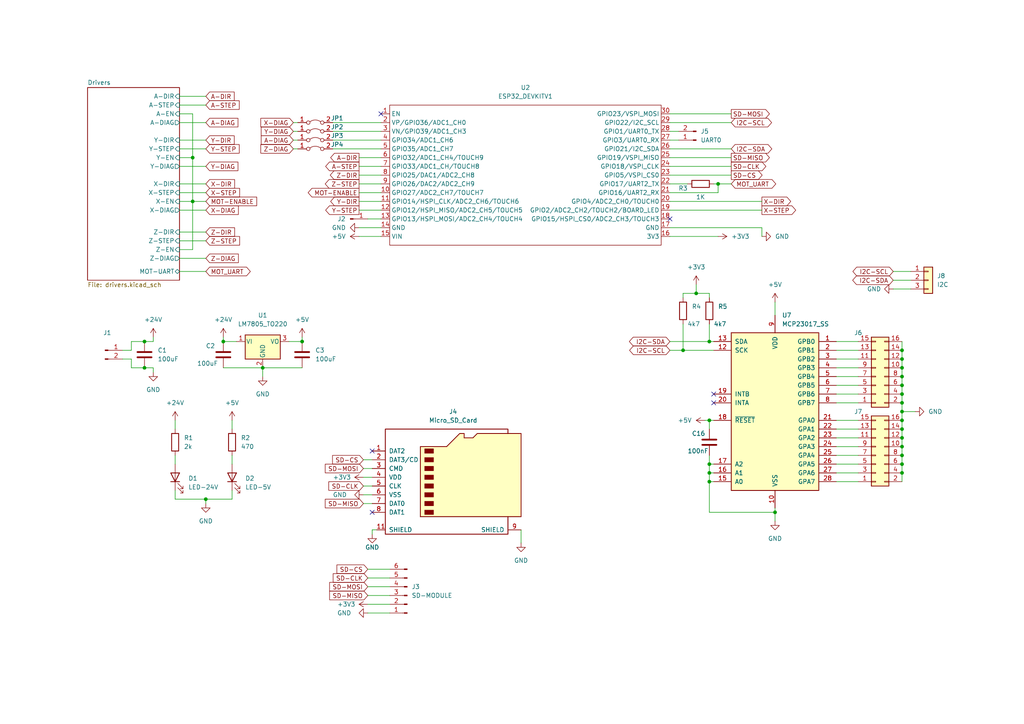
<source format=kicad_sch>
(kicad_sch (version 20211123) (generator eeschema)
  (paper "A4")
  (title_block (title "GRBL-ESP32 CNC Board for TMC2209 with Stallguard") (date "2022-01-01") (rev "1") (company "Teske's Lab"))
  (lib_symbols
    (symbol "Connector:Conn_01x01_Male" (pin_names (offset 1.016) hide)
      (property "Reference" "J" (at 0 2.54 0))
      (property "Value" "Conn_01x01_Male" (at 0 -2.54 0))
      (symbol "Conn_01x01_Male_1_1"
        (polyline (pts (xy 1.27 0) (xy 0.8636 0)) (stroke (width 0.1524)))
        (rectangle (start 0.8636 0.127) (end 0 -0.127) (stroke (width 0.1524)) (fill (type outline)))
        (pin passive line (at 5.08 0 180) (length 3.81) (name "Pin_1") (number "1"))
      )
    )
    (symbol "Connector:Conn_01x02_Male" (pin_names (offset 1.016) hide)
      (property "Reference" "J" (at 0 2.54 0))
      (property "Value" "Conn_01x02_Male" (at 0 -5.08 0))
      (symbol "Conn_01x02_Male_1_1"
        (polyline (pts (xy 1.27 -2.54) (xy 0.8636 -2.54)) (stroke (width 0.1524)))
        (polyline (pts (xy 1.27 0) (xy 0.8636 0)) (stroke (width 0.1524)))
        (rectangle (start 0.8636 -2.413) (end 0 -2.667) (stroke (width 0.1524)) (fill (type outline)))
        (rectangle (start 0.8636 0.127) (end 0 -0.127) (stroke (width 0.1524)) (fill (type outline)))
        (pin passive line (at 5.08 0 180) (length 3.81) (name "Pin_1") (number "1"))
        (pin passive line (at 5.08 -2.54 180) (length 3.81) (name "Pin_2") (number "2"))
      )
    )
    (symbol "Connector:Conn_01x06_Male" (pin_names (offset 1.016) hide)
      (property "Reference" "J" (at 0 7.62 0))
      (property "Value" "Conn_01x06_Male" (at 0 -10.16 0))
      (symbol "Conn_01x06_Male_1_1"
        (polyline (pts (xy 1.27 -7.62) (xy 0.8636 -7.62)) (stroke (width 0.1524)))
        (polyline (pts (xy 1.27 -5.08) (xy 0.8636 -5.08)) (stroke (width 0.1524)))
        (polyline (pts (xy 1.27 -2.54) (xy 0.8636 -2.54)) (stroke (width 0.1524)))
        (polyline (pts (xy 1.27 0) (xy 0.8636 0)) (stroke (width 0.1524)))
        (polyline (pts (xy 1.27 2.54) (xy 0.8636 2.54)) (stroke (width 0.1524)))
        (polyline (pts (xy 1.27 5.08) (xy 0.8636 5.08)) (stroke (width 0.1524)))
        (rectangle (start 0.8636 -7.493) (end 0 -7.747) (stroke (width 0.1524)) (fill (type outline)))
        (rectangle (start 0.8636 -4.953) (end 0 -5.207) (stroke (width 0.1524)) (fill (type outline)))
        (rectangle (start 0.8636 -2.413) (end 0 -2.667) (stroke (width 0.1524)) (fill (type outline)))
        (rectangle (start 0.8636 0.127) (end 0 -0.127) (stroke (width 0.1524)) (fill (type outline)))
        (rectangle (start 0.8636 2.667) (end 0 2.413) (stroke (width 0.1524)) (fill (type outline)))
        (rectangle (start 0.8636 5.207) (end 0 4.953) (stroke (width 0.1524)) (fill (type outline)))
        (pin passive line (at 5.08 5.08 180) (length 3.81) (name "Pin_1") (number "1"))
        (pin passive line (at 5.08 2.54 180) (length 3.81) (name "Pin_2") (number "2"))
        (pin passive line (at 5.08 0 180) (length 3.81) (name "Pin_3") (number "3"))
        (pin passive line (at 5.08 -2.54 180) (length 3.81) (name "Pin_4") (number "4"))
        (pin passive line (at 5.08 -5.08 180) (length 3.81) (name "Pin_5") (number "5"))
        (pin passive line (at 5.08 -7.62 180) (length 3.81) (name "Pin_6") (number "6"))
      )
    )
    (symbol "Connector:Micro_SD_Card" (pin_names (offset 1.016))
      (property "Reference" "J4" (at 0.635 19.05 0))
      (property "Value" "Micro_SD_Card" (at 0.635 16.51 0))
      (symbol "Micro_SD_Card_0_1"
        (rectangle (start -7.62 -9.525) (end -5.08 -10.795) (fill (type outline)))
        (rectangle (start -7.62 -6.985) (end -5.08 -8.255) (fill (type outline)))
        (rectangle (start -7.62 -4.445) (end -5.08 -5.715) (fill (type outline)))
        (rectangle (start -7.62 -1.905) (end -5.08 -3.175) (fill (type outline)))
        (rectangle (start -7.62 0.635) (end -5.08 -0.635) (fill (type outline)))
        (rectangle (start -7.62 3.175) (end -5.08 1.905) (fill (type outline)))
        (rectangle (start -7.62 5.715) (end -5.08 4.445) (fill (type outline)))
        (rectangle (start -7.62 8.255) (end -5.08 6.985) (fill (type outline)))
        (polyline (pts (xy 16.51 12.7) (xy 16.51 13.97) (xy -19.05 13.97) (xy -19.05 -16.51) (xy 16.51 -16.51) (xy 16.51 -11.43)) (stroke (width 0.254)))
        (polyline (pts (xy -8.89 -11.43) (xy -8.89 8.89) (xy -1.27 8.89) (xy 2.54 12.7) (xy 3.81 12.7) (xy 3.81 11.43) (xy 6.35 11.43) (xy 7.62 12.7) (xy 20.32 12.7) (xy 20.32 -11.43) (xy -8.89 -11.43)) (stroke (width 0.254)) (fill (type background)))
      )
      (symbol "Micro_SD_Card_1_1"
        (pin bidirectional line (at -22.86 7.62 0) (length 3.81) (name "DAT2") (number "1"))
        (pin passive line (at -21.59 -15.24 0) (length 2.54) (name "SHIELD") (number "11"))
        (pin bidirectional line (at -22.86 5.08 0) (length 3.81) (name "DAT3/CD") (number "2"))
        (pin input line (at -22.86 2.54 0) (length 3.81) (name "CMD") (number "3"))
        (pin power_in line (at -22.86 0 0) (length 3.81) (name "VDD") (number "4"))
        (pin input line (at -22.86 -2.54 0) (length 3.81) (name "CLK") (number "5"))
        (pin power_in line (at -22.86 -5.08 0) (length 3.81) (name "VSS") (number "6"))
        (pin bidirectional line (at -22.86 -7.62 0) (length 3.81) (name "DAT0") (number "7"))
        (pin bidirectional line (at -22.86 -10.16 0) (length 3.81) (name "DAT1") (number "8"))
        (pin passive line (at 20.32 -15.24 180) (length 3.81) (name "SHIELD") (number "9"))
      )
    )
    (symbol "Connector_Generic:Conn_01x03" (pin_names (offset 1.016) hide)
      (property "Reference" "J" (at 0 5.08 0))
      (property "Value" "Conn_01x03" (at 0 -5.08 0))
      (symbol "Conn_01x03_1_1"
        (rectangle (start -1.27 -2.413) (end 0 -2.667) (stroke (width 0.1524)))
        (rectangle (start -1.27 0.127) (end 0 -0.127) (stroke (width 0.1524)))
        (rectangle (start -1.27 2.667) (end 0 2.413) (stroke (width 0.1524)))
        (rectangle (start -1.27 3.81) (end 1.27 -3.81) (stroke (width 0.254)) (fill (type background)))
        (pin passive line (at -5.08 2.54 0) (length 3.81) (name "Pin_1") (number "1"))
        (pin passive line (at -5.08 0 0) (length 3.81) (name "Pin_2") (number "2"))
        (pin passive line (at -5.08 -2.54 0) (length 3.81) (name "Pin_3") (number "3"))
      )
    )
    (symbol "Connector_Generic:Conn_02x08_Odd_Even" (pin_names (offset 1.016) hide)
      (property "Reference" "J" (at 1.27 10.16 0))
      (property "Value" "Conn_02x08_Odd_Even" (at 1.27 -12.7 0))
      (symbol "Conn_02x08_Odd_Even_1_1"
        (rectangle (start -1.27 -10.033) (end 0 -10.287) (stroke (width 0.1524)))
        (rectangle (start -1.27 -7.493) (end 0 -7.747) (stroke (width 0.1524)))
        (rectangle (start -1.27 -4.953) (end 0 -5.207) (stroke (width 0.1524)))
        (rectangle (start -1.27 -2.413) (end 0 -2.667) (stroke (width 0.1524)))
        (rectangle (start -1.27 0.127) (end 0 -0.127) (stroke (width 0.1524)))
        (rectangle (start -1.27 2.667) (end 0 2.413) (stroke (width 0.1524)))
        (rectangle (start -1.27 5.207) (end 0 4.953) (stroke (width 0.1524)))
        (rectangle (start -1.27 7.747) (end 0 7.493) (stroke (width 0.1524)))
        (rectangle (start -1.27 8.89) (end 3.81 -11.43) (stroke (width 0.254)) (fill (type background)))
        (rectangle (start 3.81 -10.033) (end 2.54 -10.287) (stroke (width 0.1524)))
        (rectangle (start 3.81 -7.493) (end 2.54 -7.747) (stroke (width 0.1524)))
        (rectangle (start 3.81 -4.953) (end 2.54 -5.207) (stroke (width 0.1524)))
        (rectangle (start 3.81 -2.413) (end 2.54 -2.667) (stroke (width 0.1524)))
        (rectangle (start 3.81 0.127) (end 2.54 -0.127) (stroke (width 0.1524)))
        (rectangle (start 3.81 2.667) (end 2.54 2.413) (stroke (width 0.1524)))
        (rectangle (start 3.81 5.207) (end 2.54 4.953) (stroke (width 0.1524)))
        (rectangle (start 3.81 7.747) (end 2.54 7.493) (stroke (width 0.1524)))
        (pin passive line (at -5.08 7.62 0) (length 3.81) (name "Pin_1") (number "1"))
        (pin passive line (at 7.62 -2.54 180) (length 3.81) (name "Pin_10") (number "10"))
        (pin passive line (at -5.08 -5.08 0) (length 3.81) (name "Pin_11") (number "11"))
        (pin passive line (at 7.62 -5.08 180) (length 3.81) (name "Pin_12") (number "12"))
        (pin passive line (at -5.08 -7.62 0) (length 3.81) (name "Pin_13") (number "13"))
        (pin passive line (at 7.62 -7.62 180) (length 3.81) (name "Pin_14") (number "14"))
        (pin passive line (at -5.08 -10.16 0) (length 3.81) (name "Pin_15") (number "15"))
        (pin passive line (at 7.62 -10.16 180) (length 3.81) (name "Pin_16") (number "16"))
        (pin passive line (at 7.62 7.62 180) (length 3.81) (name "Pin_2") (number "2"))
        (pin passive line (at -5.08 5.08 0) (length 3.81) (name "Pin_3") (number "3"))
        (pin passive line (at 7.62 5.08 180) (length 3.81) (name "Pin_4") (number "4"))
        (pin passive line (at -5.08 2.54 0) (length 3.81) (name "Pin_5") (number "5"))
        (pin passive line (at 7.62 2.54 180) (length 3.81) (name "Pin_6") (number "6"))
        (pin passive line (at -5.08 0 0) (length 3.81) (name "Pin_7") (number "7"))
        (pin passive line (at 7.62 0 180) (length 3.81) (name "Pin_8") (number "8"))
        (pin passive line (at -5.08 -2.54 0) (length 3.81) (name "Pin_9") (number "9"))
      )
    )
    (symbol "Device:C" (pin_numbers hide) (pin_names (offset 0.254))
      (property "Reference" "C" (at 0.635 2.54 0))
      (property "Value" "C" (at 0.635 -2.54 0))
      (symbol "C_0_1"
        (polyline (pts (xy -2.032 -0.762) (xy 2.032 -0.762)) (stroke (width 0.508)))
        (polyline (pts (xy -2.032 0.762) (xy 2.032 0.762)) (stroke (width 0.508)))
      )
      (symbol "C_1_1"
        (pin passive line (at 0 3.81 270) (length 2.794) (name "~") (number "1"))
        (pin passive line (at 0 -3.81 90) (length 2.794) (name "~") (number "2"))
      )
    )
    (symbol "Device:LED" (pin_numbers hide) (pin_names (offset 1.016) hide)
      (property "Reference" "D" (at 0 2.54 0))
      (property "Value" "LED" (at 0 -2.54 0))
      (symbol "LED_0_1"
        (polyline (pts (xy -1.27 -1.27) (xy -1.27 1.27)) (stroke (width 0.254)))
        (polyline (pts (xy -1.27 0) (xy 1.27 0)))
        (polyline (pts (xy 1.27 -1.27) (xy 1.27 1.27) (xy -1.27 0) (xy 1.27 -1.27)) (stroke (width 0.254)))
        (polyline (pts (xy -3.048 -0.762) (xy -4.572 -2.286) (xy -3.81 -2.286) (xy -4.572 -2.286) (xy -4.572 -1.524)))
        (polyline (pts (xy -1.778 -0.762) (xy -3.302 -2.286) (xy -2.54 -2.286) (xy -3.302 -2.286) (xy -3.302 -1.524)))
      )
      (symbol "LED_1_1"
        (pin passive line (at -3.81 0 0) (length 2.54) (name "K") (number "1"))
        (pin passive line (at 3.81 0 180) (length 2.54) (name "A") (number "2"))
      )
    )
    (symbol "Device:R" (pin_numbers hide) (pin_names (offset 0))
      (property "Reference" "R" (at 2.032 0 90))
      (property "Value" "R" (at 0 0 90))
      (symbol "R_0_1"
        (rectangle (start -1.016 -2.54) (end 1.016 2.54) (stroke (width 0.254)))
      )
      (symbol "R_1_1"
        (pin passive line (at 0 3.81 270) (length 1.27) (name "~") (number "1"))
        (pin passive line (at 0 -3.81 90) (length 1.27) (name "~") (number "2"))
      )
    )
    (symbol "Interface_Expansion:MCP23017_SS" (pin_names (offset 1.016))
      (property "Reference" "U" (at -11.43 24.13 0))
      (property "Value" "MCP23017_SS" (at 0 0 0))
      (symbol "MCP23017_SS_0_1"
        (rectangle (start -12.7 22.86) (end 12.7 -22.86) (stroke (width 0.254)) (fill (type background)))
      )
      (symbol "MCP23017_SS_1_1"
        (pin bidirectional line (at 17.78 20.32 180) (length 5.08) (name "GPB0") (number "1"))
        (pin power_in line (at 0 -27.94 90) (length 5.08) (name "VSS") (number "10"))
        (pin no_connect line (at -12.7 15.24 0) (length 5.08) hide (name "NC") (number "11"))
        (pin input line (at -17.78 17.78 0) (length 5.08) (name "SCK") (number "12"))
        (pin bidirectional line (at -17.78 20.32 0) (length 5.08) (name "SDA") (number "13"))
        (pin no_connect line (at -12.7 12.7 0) (length 5.08) hide (name "NC") (number "14"))
        (pin input line (at -17.78 -20.32 0) (length 5.08) (name "A0") (number "15"))
        (pin input line (at -17.78 -17.78 0) (length 5.08) (name "A1") (number "16"))
        (pin input line (at -17.78 -15.24 0) (length 5.08) (name "A2") (number "17"))
        (pin input line (at -17.78 -2.54 0) (length 5.08) (name "~{RESET}") (number "18"))
        (pin tri_state line (at -17.78 5.08 0) (length 5.08) (name "INTB") (number "19"))
        (pin bidirectional line (at 17.78 17.78 180) (length 5.08) (name "GPB1") (number "2"))
        (pin tri_state line (at -17.78 2.54 0) (length 5.08) (name "INTA") (number "20"))
        (pin bidirectional line (at 17.78 -2.54 180) (length 5.08) (name "GPA0") (number "21"))
        (pin bidirectional line (at 17.78 -5.08 180) (length 5.08) (name "GPA1") (number "22"))
        (pin bidirectional line (at 17.78 -7.62 180) (length 5.08) (name "GPA2") (number "23"))
        (pin bidirectional line (at 17.78 -10.16 180) (length 5.08) (name "GPA3") (number "24"))
        (pin bidirectional line (at 17.78 -12.7 180) (length 5.08) (name "GPA4") (number "25"))
        (pin bidirectional line (at 17.78 -15.24 180) (length 5.08) (name "GPA5") (number "26"))
        (pin bidirectional line (at 17.78 -17.78 180) (length 5.08) (name "GPA6") (number "27"))
        (pin bidirectional line (at 17.78 -20.32 180) (length 5.08) (name "GPA7") (number "28"))
        (pin bidirectional line (at 17.78 15.24 180) (length 5.08) (name "GPB2") (number "3"))
        (pin bidirectional line (at 17.78 12.7 180) (length 5.08) (name "GPB3") (number "4"))
        (pin bidirectional line (at 17.78 10.16 180) (length 5.08) (name "GPB4") (number "5"))
        (pin bidirectional line (at 17.78 7.62 180) (length 5.08) (name "GPB5") (number "6"))
        (pin bidirectional line (at 17.78 5.08 180) (length 5.08) (name "GPB6") (number "7"))
        (pin bidirectional line (at 17.78 2.54 180) (length 5.08) (name "GPB7") (number "8"))
        (pin power_in line (at 0 27.94 270) (length 5.08) (name "VDD") (number "9"))
      )
    )
    (symbol "Jumper:Jumper_2_Bridged" (pin_names (offset 0) hide)
      (property "Reference" "JP" (at 0 1.905 0))
      (property "Value" "Jumper_2_Bridged" (at 0 -2.54 0))
      (symbol "Jumper_2_Bridged_0_0"
        (circle (center -2.032 0) (radius 0.508))
        (circle (center 2.032 0) (radius 0.508))
      )
      (symbol "Jumper_2_Bridged_0_1"
        (arc (start 1.524 0.254) (mid 0 0.762) (end -1.524 0.254))
      )
      (symbol "Jumper_2_Bridged_1_1"
        (pin passive line (at -5.08 0 0) (length 2.54) (name "A") (number "1"))
        (pin passive line (at 5.08 0 180) (length 2.54) (name "B") (number "2"))
      )
    )
    (symbol "Regulator_Linear:LM7805_TO220" (pin_names (offset 0.254))
      (property "Reference" "U" (at -3.81 3.175 0))
      (property "Value" "LM7805_TO220" (at 0 3.175 0))
      (symbol "LM7805_TO220_0_1"
        (rectangle (start -5.08 1.905) (end 5.08 -5.08) (stroke (width 0.254)) (fill (type background)))
      )
      (symbol "LM7805_TO220_1_1"
        (pin power_in line (at -7.62 0 0) (length 2.54) (name "VI") (number "1"))
        (pin power_in line (at 0 -7.62 90) (length 2.54) (name "GND") (number "2"))
        (pin power_out line (at 7.62 0 180) (length 2.54) (name "VO") (number "3"))
      )
    )
    (symbol "esp32:ESP32_DEVKITV1"
      (property "Reference" "U" (at 0 21.59 0))
      (property "Value" "ESP32_DEVKITV1" (at 1.27 -22.86 0))
      (symbol "ESP32_DEVKITV1_0_1"
        (rectangle (start 39.37 -20.32) (end -39.37 20.32))
      )
      (symbol "ESP32_DEVKITV1_1_1"
        (pin input line (at -41.91 17.78 0) (length 2.54) (name "EN") (number "1"))
        (pin bidirectional line (at -41.91 -5.08 0) (length 2.54) (name "GPIO27/ADC2_CH7/TOUCH7") (number "10"))
        (pin bidirectional line (at -41.91 -7.62 0) (length 2.54) (name "GPIO14/HSPI_CLK/ADC2_CH6/TOUCH6") (number "11"))
        (pin output line (at -41.91 -10.16 0) (length 2.54) (name "GPIO12/HSPI_MISO/ADC2_CH5/TOUCH5") (number "12"))
        (pin bidirectional line (at -41.91 -12.7 0) (length 2.54) (name "GPIO13/HSPI_MOSI/ADC2_CH4/TOUCH4") (number "13"))
        (pin power_in line (at -41.91 -15.24 0) (length 2.54) (name "GND") (number "14"))
        (pin power_in line (at -41.91 -17.78 0) (length 2.54) (name "VIN") (number "15"))
        (pin power_out line (at 41.91 -17.78 180) (length 2.54) (name "3V3") (number "16"))
        (pin power_out line (at 41.91 -15.24 180) (length 2.54) (name "GND") (number "17"))
        (pin bidirectional line (at 41.91 -12.7 180) (length 2.54) (name "GPIO15/HSPI_CS0/ADC2_CH3/TOUCH3") (number "18"))
        (pin bidirectional line (at 41.91 -10.16 180) (length 2.54) (name "GPIO2/ADC2_CH2/TOUCH2/BOARD_LED") (number "19"))
        (pin input line (at -41.91 15.24 0) (length 2.54) (name "VP/GPIO36/ADC1_CH0") (number "2"))
        (pin bidirectional line (at 41.91 -7.62 180) (length 2.54) (name "GPIO4/ADC2_CH0/TOUCH0") (number "20"))
        (pin bidirectional line (at 41.91 -5.08 180) (length 2.54) (name "GPIO16/UART2_RX") (number "21"))
        (pin bidirectional line (at 41.91 -2.54 180) (length 2.54) (name "GPIO17/UART2_TX") (number "22"))
        (pin bidirectional line (at 41.91 0 180) (length 2.54) (name "GPIO5/VSPI_CS0") (number "23"))
        (pin bidirectional line (at 41.91 2.54 180) (length 2.54) (name "GPIO18/VSPI_CLK") (number "24"))
        (pin bidirectional line (at 41.91 5.08 180) (length 2.54) (name "GPIO19/VSPI_MISO") (number "25"))
        (pin bidirectional line (at 41.91 7.62 180) (length 2.54) (name "GPIO21/I2C_SDA") (number "26"))
        (pin input line (at 41.91 10.16 180) (length 2.54) (name "GPIO3/UART0_RX") (number "27"))
        (pin output line (at 41.91 12.7 180) (length 2.54) (name "GPIO1/UART0_TX") (number "28"))
        (pin bidirectional line (at 41.91 15.24 180) (length 2.54) (name "GPIO22/I2C_SCL") (number "29"))
        (pin input line (at -41.91 12.7 0) (length 2.54) (name "VN/GPIO39/ADC1_CH3") (number "3"))
        (pin bidirectional line (at 41.91 17.78 180) (length 2.54) (name "GPIO23/VSPI_MOSI") (number "30"))
        (pin input line (at -41.91 10.16 0) (length 2.54) (name "GPIO34/ADC1_CH6") (number "4"))
        (pin input line (at -41.91 7.62 0) (length 2.54) (name "GPIO35/ADC1_CH7") (number "5"))
        (pin bidirectional line (at -41.91 5.08 0) (length 2.54) (name "GPIO32/ADC1_CH4/TOUCH9") (number "6"))
        (pin bidirectional line (at -41.91 2.54 0) (length 2.54) (name "GPIO33/ADC1_CH/TOUCH8") (number "7"))
        (pin bidirectional line (at -41.91 0 0) (length 2.54) (name "GPIO25/DAC1/ADC2_CH8") (number "8"))
        (pin bidirectional line (at -41.91 -2.54 0) (length 2.54) (name "GPIO26/DAC2/ADC2_CH9") (number "9"))
      )
    )
    (symbol "power:+24V" (power) (pin_names (offset 0))
      (property "Value" "+24V" (at 0 3.556 0))
      (symbol "+24V_0_1"
        (polyline (pts (xy -0.762 1.27) (xy 0 2.54)))
        (polyline (pts (xy 0 0) (xy 0 2.54)))
        (polyline (pts (xy 0 2.54) (xy 0.762 1.27)))
      )
      (symbol "+24V_1_1"
        (pin power_in line (at 0 0 90) (length 0) hide (name "+24V") (number "1"))
      )
    )
    (symbol "power:+3V3" (power) (pin_names (offset 0))
      (property "Value" "+3V3" (at 0 3.556 0))
      (symbol "+3V3_0_1"
        (polyline (pts (xy -0.762 1.27) (xy 0 2.54)))
        (polyline (pts (xy 0 0) (xy 0 2.54)))
        (polyline (pts (xy 0 2.54) (xy 0.762 1.27)))
      )
      (symbol "+3V3_1_1"
        (pin power_in line (at 0 0 90) (length 0) hide (name "+3V3") (number "1"))
      )
    )
    (symbol "power:+5V" (power) (pin_names (offset 0))
      (property "Value" "+5V" (at 0 3.556 0))
      (symbol "+5V_0_1"
        (polyline (pts (xy -0.762 1.27) (xy 0 2.54)))
        (polyline (pts (xy 0 0) (xy 0 2.54)))
        (polyline (pts (xy 0 2.54) (xy 0.762 1.27)))
      )
      (symbol "+5V_1_1"
        (pin power_in line (at 0 0 90) (length 0) hide (name "+5V") (number "1"))
      )
    )
    (symbol "power:GND" (power) (pin_names (offset 0))
      (property "Value" "GND" (at 0 -3.81 0))
      (symbol "GND_0_1"
        (polyline (pts (xy 0 0) (xy 0 -1.27) (xy 1.27 -1.27) (xy 0 -2.54) (xy -1.27 -1.27) (xy 0 -1.27)))
      )
      (symbol "GND_1_1"
        (pin power_in line (at 0 0 270) (length 0) hide (name "GND") (number "1"))
      )
    )
  )
  (junction (at 224.79 148.59))
  (junction (at 59.69 144.78))
  (junction (at 261.62 116.84))
  (junction (at 87.63 99.06))
  (junction (at 205.74 121.92))
  (junction (at 261.62 106.68))
  (junction (at 55.88 58.42))
  (junction (at 261.62 129.54))
  (junction (at 261.62 137.16))
  (junction (at 261.62 119.38))
  (junction (at 198.12 101.6))
  (junction (at 41.91 106.68))
  (junction (at 205.74 134.62))
  (junction (at 261.62 132.08))
  (junction (at 261.62 104.14))
  (junction (at 205.74 137.16))
  (junction (at 41.91 99.06))
  (junction (at 261.62 127))
  (junction (at 261.62 114.3))
  (junction (at 261.62 109.22))
  (junction (at 261.62 134.62))
  (junction (at 201.93 85.09))
  (junction (at 261.62 101.6))
  (junction (at 205.74 139.7))
  (junction (at 55.88 45.72))
  (junction (at 261.62 121.92))
  (junction (at 208.28 53.34))
  (junction (at 261.62 111.76))
  (junction (at 64.77 99.06))
  (junction (at 261.62 124.46))
  (junction (at 76.2 106.68))
  (junction (at 205.74 99.06))
  (no_connect (at 107.95 148.59))
  (no_connect (at 107.95 130.81))
  (no_connect (at 194.31 63.5))
  (no_connect (at 110.49 33.02))
  (no_connect (at 207.01 114.3))
  (no_connect (at 207.01 116.84))
  (wire (pts (xy 205.74 121.92) (xy 205.74 124.46)))
  (wire (pts (xy 242.57 116.84) (xy 248.92 116.84)))
  (wire (pts (xy 201.93 85.09) (xy 205.74 85.09)))
  (wire (pts (xy 50.8 144.78) (xy 59.69 144.78)))
  (wire (pts (xy 106.68 170.18) (xy 113.03 170.18)))
  (wire (pts (xy 55.88 45.72) (xy 52.07 45.72)))
  (wire (pts (xy 261.62 104.14) (xy 261.62 106.68)))
  (wire (pts (xy 41.91 106.68) (xy 44.45 106.68)))
  (wire (pts (xy 52.07 40.64) (xy 59.69 40.64)))
  (wire (pts (xy 67.31 132.08) (xy 67.31 134.62)))
  (wire (pts (xy 85.09 35.56) (xy 86.36 35.56)))
  (wire (pts (xy 204.47 121.92) (xy 205.74 121.92)))
  (wire (pts (xy 242.57 129.54) (xy 248.92 129.54)))
  (wire (pts (xy 194.31 45.72) (xy 212.09 45.72)))
  (wire (pts (xy 201.93 82.55) (xy 201.93 85.09)))
  (wire (pts (xy 261.62 129.54) (xy 261.62 132.08)))
  (wire (pts (xy 50.8 132.08) (xy 50.8 134.62)))
  (wire (pts (xy 44.45 99.06) (xy 44.45 97.79)))
  (wire (pts (xy 194.31 55.88) (xy 208.28 55.88)))
  (wire (pts (xy 242.57 139.7) (xy 248.92 139.7)))
  (wire (pts (xy 83.82 99.06) (xy 87.63 99.06)))
  (wire (pts (xy 261.62 134.62) (xy 261.62 137.16)))
  (wire (pts (xy 104.14 58.42) (xy 110.49 58.42)))
  (wire (pts (xy 259.08 78.74) (xy 264.16 78.74)))
  (wire (pts (xy 207.01 101.6) (xy 198.12 101.6)))
  (wire (pts (xy 104.14 48.26) (xy 110.49 48.26)))
  (wire (pts (xy 261.62 119.38) (xy 265.43 119.38)))
  (wire (pts (xy 205.74 137.16) (xy 207.01 137.16)))
  (wire (pts (xy 194.31 50.8) (xy 212.09 50.8)))
  (wire (pts (xy 261.62 116.84) (xy 261.62 119.38)))
  (wire (pts (xy 242.57 127) (xy 248.92 127)))
  (wire (pts (xy 205.74 132.08) (xy 205.74 134.62)))
  (wire (pts (xy 52.07 67.31) (xy 59.69 67.31)))
  (wire (pts (xy 261.62 121.92) (xy 261.62 124.46)))
  (wire (pts (xy 104.14 50.8) (xy 110.49 50.8)))
  (wire (pts (xy 35.56 104.14) (xy 38.1 104.14)))
  (wire (pts (xy 52.07 30.48) (xy 59.69 30.48)))
  (wire (pts (xy 194.31 35.56) (xy 212.09 35.56)))
  (wire (pts (xy 64.77 106.68) (xy 76.2 106.68)))
  (wire (pts (xy 261.62 132.08) (xy 261.62 134.62)))
  (wire (pts (xy 104.14 55.88) (xy 110.49 55.88)))
  (wire (pts (xy 220.98 66.04) (xy 220.98 68.58)))
  (wire (pts (xy 205.74 134.62) (xy 205.74 137.16)))
  (wire (pts (xy 261.62 101.6) (xy 261.62 104.14)))
  (wire (pts (xy 105.41 135.89) (xy 107.95 135.89)))
  (wire (pts (xy 106.68 175.26) (xy 113.03 175.26)))
  (wire (pts (xy 205.74 137.16) (xy 205.74 139.7)))
  (wire (pts (xy 55.88 58.42) (xy 59.69 58.42)))
  (wire (pts (xy 76.2 106.68) (xy 76.2 109.22)))
  (wire (pts (xy 41.91 99.06) (xy 44.45 99.06)))
  (wire (pts (xy 198.12 101.6) (xy 198.12 93.98)))
  (wire (pts (xy 55.88 72.39) (xy 55.88 58.42)))
  (wire (pts (xy 242.57 132.08) (xy 248.92 132.08)))
  (wire (pts (xy 194.31 60.96) (xy 220.98 60.96)))
  (wire (pts (xy 107.95 154.94) (xy 107.95 153.67)))
  (wire (pts (xy 52.07 55.88) (xy 59.69 55.88)))
  (wire (pts (xy 59.69 144.78) (xy 67.31 144.78)))
  (wire (pts (xy 205.74 121.92) (xy 207.01 121.92)))
  (wire (pts (xy 205.74 139.7) (xy 205.74 148.59)))
  (wire (pts (xy 205.74 139.7) (xy 207.01 139.7)))
  (wire (pts (xy 242.57 106.68) (xy 248.92 106.68)))
  (wire (pts (xy 67.31 144.78) (xy 67.31 142.24)))
  (wire (pts (xy 35.56 101.6) (xy 38.1 101.6)))
  (wire (pts (xy 261.62 124.46) (xy 261.62 127)))
  (wire (pts (xy 104.14 60.96) (xy 110.49 60.96)))
  (wire (pts (xy 106.68 63.5) (xy 110.49 63.5)))
  (wire (pts (xy 198.12 86.36) (xy 198.12 85.09)))
  (wire (pts (xy 205.74 85.09) (xy 205.74 86.36)))
  (wire (pts (xy 52.07 48.26) (xy 59.69 48.26)))
  (wire (pts (xy 205.74 93.98) (xy 205.74 99.06)))
  (wire (pts (xy 194.31 40.64) (xy 196.85 40.64)))
  (wire (pts (xy 104.14 53.34) (xy 110.49 53.34)))
  (wire (pts (xy 52.07 78.74) (xy 59.69 78.74)))
  (wire (pts (xy 106.68 177.8) (xy 113.03 177.8)))
  (wire (pts (xy 55.88 58.42) (xy 52.07 58.42)))
  (wire (pts (xy 242.57 121.92) (xy 248.92 121.92)))
  (wire (pts (xy 52.07 53.34) (xy 59.69 53.34)))
  (wire (pts (xy 208.28 55.88) (xy 208.28 53.34)))
  (wire (pts (xy 64.77 99.06) (xy 68.58 99.06)))
  (wire (pts (xy 59.69 144.78) (xy 59.69 146.05)))
  (wire (pts (xy 261.62 137.16) (xy 261.62 139.7)))
  (wire (pts (xy 242.57 109.22) (xy 248.92 109.22)))
  (wire (pts (xy 261.62 111.76) (xy 261.62 114.3)))
  (wire (pts (xy 105.41 140.97) (xy 107.95 140.97)))
  (wire (pts (xy 208.28 53.34) (xy 207.01 53.34)))
  (wire (pts (xy 106.68 167.64) (xy 113.03 167.64)))
  (wire (pts (xy 194.31 33.02) (xy 212.09 33.02)))
  (wire (pts (xy 55.88 58.42) (xy 55.88 45.72)))
  (wire (pts (xy 105.41 143.51) (xy 107.95 143.51)))
  (wire (pts (xy 52.07 69.85) (xy 59.69 69.85)))
  (wire (pts (xy 104.14 66.04) (xy 110.49 66.04)))
  (wire (pts (xy 52.07 72.39) (xy 55.88 72.39)))
  (wire (pts (xy 261.62 119.38) (xy 261.62 121.92)))
  (wire (pts (xy 242.57 99.06) (xy 248.92 99.06)))
  (wire (pts (xy 242.57 111.76) (xy 248.92 111.76)))
  (wire (pts (xy 194.31 53.34) (xy 199.39 53.34)))
  (wire (pts (xy 105.41 133.35) (xy 107.95 133.35)))
  (wire (pts (xy 85.09 43.18) (xy 86.36 43.18)))
  (wire (pts (xy 194.31 99.06) (xy 205.74 99.06)))
  (wire (pts (xy 55.88 45.72) (xy 55.88 33.02)))
  (wire (pts (xy 261.62 127) (xy 261.62 129.54)))
  (wire (pts (xy 105.41 146.05) (xy 107.95 146.05)))
  (wire (pts (xy 207.01 134.62) (xy 205.74 134.62)))
  (wire (pts (xy 224.79 147.32) (xy 224.79 148.59)))
  (wire (pts (xy 151.13 153.67) (xy 151.13 157.48)))
  (wire (pts (xy 52.07 43.18) (xy 59.69 43.18)))
  (wire (pts (xy 194.31 43.18) (xy 212.09 43.18)))
  (wire (pts (xy 85.09 40.64) (xy 86.36 40.64)))
  (wire (pts (xy 106.68 165.1) (xy 113.03 165.1)))
  (wire (pts (xy 259.08 81.28) (xy 264.16 81.28)))
  (wire (pts (xy 205.74 99.06) (xy 207.01 99.06)))
  (wire (pts (xy 52.07 33.02) (xy 55.88 33.02)))
  (wire (pts (xy 96.52 40.64) (xy 110.49 40.64)))
  (wire (pts (xy 242.57 137.16) (xy 248.92 137.16)))
  (wire (pts (xy 38.1 106.68) (xy 41.91 106.68)))
  (wire (pts (xy 96.52 38.1) (xy 110.49 38.1)))
  (wire (pts (xy 52.07 74.93) (xy 59.69 74.93)))
  (wire (pts (xy 261.62 114.3) (xy 261.62 116.84)))
  (wire (pts (xy 44.45 107.95) (xy 44.45 106.68)))
  (wire (pts (xy 261.62 99.06) (xy 261.62 101.6)))
  (wire (pts (xy 242.57 101.6) (xy 248.92 101.6)))
  (wire (pts (xy 96.52 35.56) (xy 110.49 35.56)))
  (wire (pts (xy 242.57 114.3) (xy 248.92 114.3)))
  (wire (pts (xy 242.57 104.14) (xy 248.92 104.14)))
  (wire (pts (xy 85.09 38.1) (xy 86.36 38.1)))
  (wire (pts (xy 194.31 66.04) (xy 220.98 66.04)))
  (wire (pts (xy 208.28 53.34) (xy 212.09 53.34)))
  (wire (pts (xy 67.31 121.92) (xy 67.31 124.46)))
  (wire (pts (xy 194.31 48.26) (xy 212.09 48.26)))
  (wire (pts (xy 106.68 172.72) (xy 113.03 172.72)))
  (wire (pts (xy 198.12 85.09) (xy 201.93 85.09)))
  (wire (pts (xy 50.8 142.24) (xy 50.8 144.78)))
  (wire (pts (xy 52.07 60.96) (xy 59.69 60.96)))
  (wire (pts (xy 96.52 43.18) (xy 110.49 43.18)))
  (wire (pts (xy 259.08 83.82) (xy 264.16 83.82)))
  (wire (pts (xy 50.8 121.92) (xy 50.8 124.46)))
  (wire (pts (xy 107.95 153.67) (xy 109.22 153.67)))
  (wire (pts (xy 224.79 87.63) (xy 224.79 91.44)))
  (wire (pts (xy 87.63 97.79) (xy 87.63 99.06)))
  (wire (pts (xy 38.1 104.14) (xy 38.1 106.68)))
  (wire (pts (xy 105.41 138.43) (xy 107.95 138.43)))
  (wire (pts (xy 194.31 101.6) (xy 198.12 101.6)))
  (wire (pts (xy 38.1 99.06) (xy 41.91 99.06)))
  (wire (pts (xy 52.07 27.94) (xy 59.69 27.94)))
  (wire (pts (xy 242.57 134.62) (xy 248.92 134.62)))
  (wire (pts (xy 76.2 106.68) (xy 87.63 106.68)))
  (wire (pts (xy 261.62 109.22) (xy 261.62 111.76)))
  (wire (pts (xy 104.14 68.58) (xy 110.49 68.58)))
  (wire (pts (xy 224.79 148.59) (xy 224.79 151.13)))
  (wire (pts (xy 261.62 106.68) (xy 261.62 109.22)))
  (wire (pts (xy 38.1 101.6) (xy 38.1 99.06)))
  (wire (pts (xy 64.77 97.79) (xy 64.77 99.06)))
  (wire (pts (xy 205.74 148.59) (xy 224.79 148.59)))
  (wire (pts (xy 104.14 45.72) (xy 110.49 45.72)))
  (wire (pts (xy 52.07 35.56) (xy 59.69 35.56)))
  (wire (pts (xy 194.31 68.58) (xy 208.28 68.58)))
  (wire (pts (xy 194.31 38.1) (xy 196.85 38.1)))
  (wire (pts (xy 194.31 58.42) (xy 220.98 58.42)))
  (wire (pts (xy 242.57 124.46) (xy 248.92 124.46)))
  (global_label "SD-MISO" (shape output) (at 212.09 45.72 0) (property "Referências entre as folhas" "${INTERSHEET_REFS}" (effects hide)))
  (global_label "Y-DIAG" (shape input) (at 85.09 38.1 180) (property "Referências entre as folhas" "${INTERSHEET_REFS}" (effects hide)))
  (global_label "MOT_UART" (shape bidirectional) (at 59.69 78.74 0) (property "Referências entre as folhas" "${INTERSHEET_REFS}" (effects hide)))
  (global_label "MOT-ENABLE" (shape output) (at 104.14 55.88 180) (property "Referências entre as folhas" "${INTERSHEET_REFS}" (effects hide)))
  (global_label "SD-MOSI" (shape input) (at 105.41 135.89 180) (property "Referências entre as folhas" "${INTERSHEET_REFS}" (effects hide)))
  (global_label "Y-STEP" (shape input) (at 59.69 43.18 0) (property "Referências entre as folhas" "${INTERSHEET_REFS}" (effects hide)))
  (global_label "X-STEP" (shape input) (at 59.69 55.88 0) (property "Referências entre as folhas" "${INTERSHEET_REFS}" (effects hide)))
  (global_label "SD-CLK" (shape output) (at 212.09 48.26 0) (property "Referências entre as folhas" "${INTERSHEET_REFS}" (effects hide)))
  (global_label "MOT_UART" (shape bidirectional) (at 212.09 53.34 0) (property "Referências entre as folhas" "${INTERSHEET_REFS}" (effects hide)))
  (global_label "Z-DIR" (shape input) (at 59.69 67.31 0) (property "Referências entre as folhas" "${INTERSHEET_REFS}" (effects hide)))
  (global_label "I2C-SCL" (shape bidirectional) (at 194.31 101.6 180) (property "Referências entre as folhas" "${INTERSHEET_REFS}" (effects hide)))
  (global_label "I2C-SCL" (shape bidirectional) (at 259.08 78.74 180) (property "Referências entre as folhas" "${INTERSHEET_REFS}" (effects hide)))
  (global_label "I2C-SDA" (shape bidirectional) (at 194.31 99.06 180) (property "Referências entre as folhas" "${INTERSHEET_REFS}" (effects hide)))
  (global_label "Z-DIAG" (shape input) (at 59.69 74.93 0) (property "Referências entre as folhas" "${INTERSHEET_REFS}" (effects hide)))
  (global_label "X-DIR" (shape output) (at 220.98 58.42 0) (property "Referências entre as folhas" "${INTERSHEET_REFS}" (effects hide)))
  (global_label "I2C-SDA" (shape bidirectional) (at 212.09 43.18 0) (property "Referências entre as folhas" "${INTERSHEET_REFS}" (effects hide)))
  (global_label "A-STEP" (shape output) (at 104.14 48.26 180) (property "Referências entre as folhas" "${INTERSHEET_REFS}" (effects hide)))
  (global_label "SD-CS" (shape input) (at 106.68 165.1 180) (property "Referências entre as folhas" "${INTERSHEET_REFS}" (effects hide)))
  (global_label "SD-MOSI" (shape output) (at 212.09 33.02 0) (property "Referências entre as folhas" "${INTERSHEET_REFS}" (effects hide)))
  (global_label "SD-MISO" (shape input) (at 105.41 146.05 180) (property "Referências entre as folhas" "${INTERSHEET_REFS}" (effects hide)))
  (global_label "SD-CLK" (shape input) (at 106.68 167.64 180) (property "Referências entre as folhas" "${INTERSHEET_REFS}" (effects hide)))
  (global_label "A-STEP" (shape input) (at 59.69 30.48 0) (property "Referências entre as folhas" "${INTERSHEET_REFS}" (effects hide)))
  (global_label "Z-STEP" (shape input) (at 59.69 69.85 0) (property "Referências entre as folhas" "${INTERSHEET_REFS}" (effects hide)))
  (global_label "Z-STEP" (shape output) (at 104.14 53.34 180) (property "Referências entre as folhas" "${INTERSHEET_REFS}" (effects hide)))
  (global_label "SD-MOSI" (shape input) (at 106.68 170.18 180) (property "Referências entre as folhas" "${INTERSHEET_REFS}" (effects hide)))
  (global_label "SD-CLK" (shape input) (at 105.41 140.97 180) (property "Referências entre as folhas" "${INTERSHEET_REFS}" (effects hide)))
  (global_label "SD-MISO" (shape input) (at 106.68 172.72 180) (property "Referências entre as folhas" "${INTERSHEET_REFS}" (effects hide)))
  (global_label "Z-DIR" (shape output) (at 104.14 50.8 180) (property "Referências entre as folhas" "${INTERSHEET_REFS}" (effects hide)))
  (global_label "X-DIR" (shape input) (at 59.69 53.34 0) (property "Referências entre as folhas" "${INTERSHEET_REFS}" (effects hide)))
  (global_label "Y-DIR" (shape input) (at 59.69 40.64 0) (property "Referências entre as folhas" "${INTERSHEET_REFS}" (effects hide)))
  (global_label "X-STEP" (shape output) (at 220.98 60.96 0) (property "Referências entre as folhas" "${INTERSHEET_REFS}" (effects hide)))
  (global_label "A-DIAG" (shape input) (at 85.09 40.64 180) (property "Referências entre as folhas" "${INTERSHEET_REFS}" (effects hide)))
  (global_label "Y-STEP" (shape output) (at 104.14 60.96 180) (property "Referências entre as folhas" "${INTERSHEET_REFS}" (effects hide)))
  (global_label "Y-DIR" (shape output) (at 104.14 58.42 180) (property "Referências entre as folhas" "${INTERSHEET_REFS}" (effects hide)))
  (global_label "I2C-SDA" (shape bidirectional) (at 259.08 81.28 180) (property "Referências entre as folhas" "${INTERSHEET_REFS}" (effects hide)))
  (global_label "X-DIAG" (shape input) (at 85.09 35.56 180) (property "Referências entre as folhas" "${INTERSHEET_REFS}" (effects hide)))
  (global_label "Z-DIAG" (shape input) (at 85.09 43.18 180) (property "Referências entre as folhas" "${INTERSHEET_REFS}" (effects hide)))
  (global_label "SD-CS" (shape output) (at 212.09 50.8 0) (property "Referências entre as folhas" "${INTERSHEET_REFS}" (effects hide)))
  (global_label "MOT-ENABLE" (shape input) (at 59.69 58.42 0) (property "Referências entre as folhas" "${INTERSHEET_REFS}" (effects hide)))
  (global_label "SD-CS" (shape input) (at 105.41 133.35 180) (property "Referências entre as folhas" "${INTERSHEET_REFS}" (effects hide)))
  (global_label "Y-DIAG" (shape input) (at 59.69 48.26 0) (property "Referências entre as folhas" "${INTERSHEET_REFS}" (effects hide)))
  (global_label "X-DIAG" (shape input) (at 59.69 60.96 0) (property "Referências entre as folhas" "${INTERSHEET_REFS}" (effects hide)))
  (global_label "A-DIR" (shape input) (at 59.69 27.94 0) (property "Referências entre as folhas" "${INTERSHEET_REFS}" (effects hide)))
  (global_label "A-DIR" (shape output) (at 104.14 45.72 180) (property "Referências entre as folhas" "${INTERSHEET_REFS}" (effects hide)))
  (global_label "A-DIAG" (shape input) (at 59.69 35.56 0) (property "Referências entre as folhas" "${INTERSHEET_REFS}" (effects hide)))
  (global_label "I2C-SCL" (shape bidirectional) (at 212.09 35.56 0) (property "Referências entre as folhas" "${INTERSHEET_REFS}" (effects hide)))
  (symbol (lib_id "power:GND") (at 220.98 68.58 90) (unit 1)
    (property "Reference" "#PWR0102" (effects hide))
    (property "Value" "GND" (at 224.79 68.5799 90) (effects (justify right)))
  )
  (symbol (lib_id "Device:LED") (at 67.31 138.43 90) (unit 1)
    (property "Reference" "D2" (at 71.12 138.7474 90) (effects (justify right)))
    (property "Value" "LED-5V" (at 71.12 141.2874 90) (effects (justify right)))
    (property "Footprint" "LED_THT:LED_D5.0mm" (effects hide))
  )
  (symbol (lib_id "Device:C") (at 87.63 102.87 0) (unit 1)
    (property "Reference" "C3" (at 91.44 101.5999 0) (effects (justify left)))
    (property "Value" "100uF" (at 91.44 104.1399 0) (effects (justify left)))
    (property "Footprint" "Capacitor_THT:CP_Radial_D8.0mm_P3.50mm" (effects hide))
  )
  (symbol (lib_id "Jumper:Jumper_2_Bridged") (at 91.44 43.18 0) (unit 1)
    (property "Reference" "JP4" (at 97.79 41.91 0))
    (property "Value" "Jumper_2_Bridged" (effects hide))
    (property "Footprint" "Connector_PinHeader_2.54mm:PinHeader_1x02_P2.54mm_Vertical" (effects hide))
  )
  (symbol (lib_id "Connector:Conn_01x02_Male") (at 30.48 101.6 0) (unit 1)
    (property "Reference" "J1" (at 31.115 96.52 0))
    (property "Value" "Conn_01x02_Male" (effects hide))
    (property "Footprint" "TerminalBlock_Altech:Altech_AK300_1x02_P5.00mm_45-Degree" (effects hide))
  )
  (symbol (lib_id "power:+5V") (at 87.63 97.79 0) (unit 1)
    (property "Reference" "#PWR08" (effects hide))
    (property "Value" "+5V" (at 87.63 92.71 0))
  )
  (symbol (lib_id "Connector:Conn_01x01_Male") (at 101.6 63.5 0) (unit 1)
    (property "Reference" "J2" (at 99.06 63.5 0))
    (property "Value" "Conn_01x01_Male" (effects hide))
    (property "Footprint" "Connector_PinHeader_2.54mm:PinHeader_1x01_P2.54mm_Vertical" (effects hide))
  )
  (symbol (lib_id "power:+24V") (at 44.45 97.79 0) (unit 1)
    (property "Reference" "#PWR01" (effects hide))
    (property "Value" "+24V" (at 44.45 92.71 0))
  )
  (symbol (lib_id "power:GND") (at 265.43 119.38 90) (unit 1)
    (property "Reference" "#PWR045" (effects hide))
    (property "Value" "GND" (at 269.24 119.3799 90) (effects (justify right)))
  )
  (symbol (lib_id "Device:R") (at 205.74 90.17 0) (unit 1)
    (property "Reference" "R5" (at 208.28 88.8999 0) (effects (justify left)))
    (property "Value" "4k7" (at 207.01 93.98 0) (effects (justify left)))
    (property "Footprint" "Resistor_SMD:R_0805_2012Metric_Pad1.20x1.40mm_HandSolder" (effects hide))
  )
  (symbol (lib_id "Jumper:Jumper_2_Bridged") (at 91.44 40.64 0) (unit 1)
    (property "Reference" "JP3" (at 97.79 39.37 0))
    (property "Value" "Jumper_2_Bridged" (effects hide))
    (property "Footprint" "Connector_PinHeader_2.54mm:PinHeader_1x02_P2.54mm_Vertical" (effects hide))
  )
  (symbol (lib_id "Device:R") (at 50.8 128.27 0) (unit 1)
    (property "Reference" "R1" (at 53.34 126.9999 0) (effects (justify left)))
    (property "Value" "2k" (at 53.34 129.5399 0) (effects (justify left)))
    (property "Footprint" "Resistor_SMD:R_0805_2012Metric_Pad1.20x1.40mm_HandSolder" (effects hide))
  )
  (symbol (lib_id "power:+3V3") (at 208.28 68.58 270) (unit 1)
    (property "Reference" "#PWR017" (effects hide))
    (property "Value" "+3V3" (at 212.09 68.5799 90) (effects (justify left)))
  )
  (symbol (lib_id "power:GND") (at 151.13 157.48 0) (unit 1)
    (property "Reference" "#PWR015" (effects hide))
    (property "Value" "GND" (at 151.13 162.56 0))
  )
  (symbol (lib_id "Interface_Expansion:MCP23017_SS") (at 224.79 119.38 0) (unit 1)
    (property "Reference" "U7" (at 226.8094 91.44 0) (effects (justify left)))
    (property "Value" "MCP23017_SS" (at 226.8094 93.98 0) (effects (justify left)))
    (property "Footprint" "Package_SO:SSOP-28_5.3x10.2mm_P0.65mm" (effects hide))
    (property "Datasheet" "http://ww1.microchip.com/downloads/en/DeviceDoc/20001952C.pdf" (effects hide))
  )
  (symbol (lib_id "Device:C") (at 205.74 128.27 0) (unit 1)
    (property "Reference" "C16" (at 200.66 125.73 0) (effects (justify left)))
    (property "Value" "100nF" (at 199.39 130.81 0) (effects (justify left)))
    (property "Footprint" "Capacitor_SMD:C_0805_2012Metric_Pad1.18x1.45mm_HandSolder" (effects hide))
  )
  (symbol (lib_id "Jumper:Jumper_2_Bridged") (at 91.44 38.1 0) (unit 1)
    (property "Reference" "JP2" (at 97.79 36.83 0))
    (property "Value" "Jumper_2_Bridged" (effects hide))
    (property "Footprint" "Connector_PinHeader_2.54mm:PinHeader_1x02_P2.54mm_Vertical" (effects hide))
  )
  (symbol (lib_id "Jumper:Jumper_2_Bridged") (at 91.44 35.56 0) (unit 1)
    (property "Reference" "JP1" (at 97.79 34.29 0))
    (property "Value" "Jumper_2_Bridged" (effects hide))
    (property "Footprint" "Connector_PinHeader_2.54mm:PinHeader_1x02_P2.54mm_Vertical" (effects hide))
  )
  (symbol (lib_id "Device:R") (at 203.2 53.34 90) (unit 1)
    (property "Reference" "R3" (at 198.12 54.61 90))
    (property "Value" "1K" (at 203.2 57.15 90))
    (property "Footprint" "Resistor_SMD:R_0805_2012Metric_Pad1.20x1.40mm_HandSolder" (effects hide))
  )
  (symbol (lib_id "Device:C") (at 41.91 102.87 0) (unit 1)
    (property "Reference" "C1" (at 45.72 101.5999 0) (effects (justify left)))
    (property "Value" "100uF" (at 45.72 104.1399 0) (effects (justify left)))
    (property "Footprint" "Capacitor_THT:CP_Radial_D8.0mm_P3.50mm" (effects hide))
  )
  (symbol (lib_id "power:GND") (at 224.79 151.13 0) (unit 1)
    (property "Reference" "#PWR043" (effects hide))
    (property "Value" "GND" (at 224.79 156.21 0))
  )
  (symbol (lib_id "power:GND") (at 59.69 146.05 0) (unit 1)
    (property "Reference" "#PWR04" (effects hide))
    (property "Value" "GND" (at 59.69 151.13 0))
  )
  (symbol (lib_id "power:GND") (at 106.68 177.8 270) (unit 1)
    (property "Reference" "#PWR014" (effects hide))
    (property "Value" "GND" (at 97.79 177.8 90) (effects (justify left)))
  )
  (symbol (lib_id "power:+5V") (at 67.31 121.92 0) (unit 1)
    (property "Reference" "#PWR06" (effects hide))
    (property "Value" "+5V" (at 67.31 116.84 0))
  )
  (symbol (lib_id "Device:C") (at 64.77 102.87 0) (unit 1)
    (property "Reference" "C2" (at 59.69 100.33 0) (effects (justify left)))
    (property "Value" "100uF" (at 57.15 105.41 0) (effects (justify left)))
    (property "Footprint" "Capacitor_THT:CP_Radial_D8.0mm_P3.50mm" (effects hide))
  )
  (symbol (lib_id "power:GND") (at 105.41 143.51 270) (unit 1)
    (property "Reference" "#PWR012" (effects hide))
    (property "Value" "GND" (at 96.52 143.51 90) (effects (justify left)))
  )
  (symbol (lib_id "Connector_Generic:Conn_02x08_Odd_Even") (at 254 132.08 0) (mirror x) (unit 1)
    (property "Reference" "J7" (at 248.92 119.38 0))
    (property "Value" "Conn_02x08_Odd_Even" (effects hide))
    (property "Footprint" "Connector_IDC:IDC-Header_2x08_P2.54mm_Vertical" (effects hide))
  )
  (symbol (lib_id "Regulator_Linear:LM7805_TO220") (at 76.2 99.06 0) (unit 1)
    (property "Reference" "U1" (at 76.2 91.44 0))
    (property "Value" "LM7805_TO220" (at 76.2 93.98 0))
    (property "Footprint" "Package_TO_SOT_THT:TO-220-3_Vertical" (effects hide))
    (property "Datasheet" "https://www.onsemi.cn/PowerSolutions/document/MC7800-D.PDF" (effects hide))
  )
  (symbol (lib_id "power:+5V") (at 204.47 121.92 90) (unit 1)
    (property "Reference" "#PWR041" (effects hide))
    (property "Value" "+5V" (at 200.66 121.9199 90) (effects (justify left)))
  )
  (symbol (lib_id "power:GND") (at 107.95 154.94 0) (unit 1)
    (property "Reference" "#PWR0101" (effects hide))
    (property "Value" "GND" (at 107.95 158.75 0))
  )
  (symbol (lib_id "esp32:ESP32_DEVKITV1") (at 152.4 50.8 0) (unit 1)
    (property "Reference" "U2" (at 152.4 25.4 0))
    (property "Value" "ESP32_DEVKITV1" (at 152.4 27.94 0))
    (property "Footprint" "TMC2209:ESP32 DEVKITV1" (effects hide))
  )
  (symbol (lib_id "power:GND") (at 76.2 109.22 0) (unit 1)
    (property "Reference" "#PWR07" (effects hide))
    (property "Value" "GND" (at 76.2 114.3 0))
  )
  (symbol (lib_id "power:+5V") (at 104.14 68.58 90) (unit 1)
    (property "Reference" "#PWR010" (effects hide))
    (property "Value" "+5V" (at 100.33 68.5799 90) (effects (justify left)))
  )
  (symbol (lib_id "power:GND") (at 104.14 66.04 270) (unit 1)
    (property "Reference" "#PWR09" (effects hide))
    (property "Value" "GND" (at 100.33 66.0399 90) (effects (justify right)))
  )
  (symbol (lib_id "power:+3V3") (at 105.41 138.43 90) (unit 1)
    (property "Reference" "#PWR011" (effects hide))
    (property "Value" "+3V3" (at 96.52 138.43 90) (effects (justify right)))
  )
  (symbol (lib_id "Connector_Generic:Conn_01x03") (at 269.24 81.28 0) (unit 1)
    (property "Reference" "J8" (at 271.78 80.0099 0) (effects (justify left)))
    (property "Value" "I2C" (at 271.78 82.5499 0) (effects (justify left)))
    (property "Footprint" "Connector:FanPinHeader_1x03_P2.54mm_Vertical" (effects hide))
  )
  (symbol (lib_id "power:+24V") (at 50.8 121.92 0) (unit 1)
    (property "Reference" "#PWR03" (effects hide))
    (property "Value" "+24V" (at 50.8 116.84 0))
  )
  (symbol (lib_id "power:+5V") (at 224.79 87.63 0) (unit 1)
    (property "Reference" "#PWR042" (effects hide))
    (property "Value" "+5V" (at 224.79 82.55 0))
  )
  (symbol (lib_id "Device:R") (at 67.31 128.27 0) (unit 1)
    (property "Reference" "R2" (at 69.85 126.9999 0) (effects (justify left)))
    (property "Value" "470" (at 69.85 129.5399 0) (effects (justify left)))
    (property "Footprint" "Resistor_SMD:R_0805_2012Metric_Pad1.20x1.40mm_HandSolder" (effects hide))
  )
  (symbol (lib_id "power:GND") (at 44.45 107.95 0) (unit 1)
    (property "Reference" "#PWR02" (effects hide))
    (property "Value" "GND" (at 44.45 113.03 0))
  )
  (symbol (lib_id "power:+24V") (at 64.77 97.79 0) (unit 1)
    (property "Reference" "#PWR05" (effects hide))
    (property "Value" "+24V" (at 64.77 92.71 0))
  )
  (symbol (lib_id "Connector:Conn_01x02_Male") (at 201.93 40.64 180) (unit 1)
    (property "Reference" "J5" (at 203.2 38.0999 0) (effects (justify right)))
    (property "Value" "UART0" (at 203.2 40.6399 0) (effects (justify right)))
    (property "Footprint" "Connector_PinHeader_2.54mm:PinHeader_1x02_P2.54mm_Vertical" (effects hide))
  )
  (symbol (lib_id "Device:R") (at 198.12 90.17 0) (unit 1)
    (property "Reference" "R4" (at 200.66 88.8999 0) (effects (justify left)))
    (property "Value" "4k7" (at 199.39 93.98 0) (effects (justify left)))
    (property "Footprint" "Resistor_SMD:R_0805_2012Metric_Pad1.20x1.40mm_HandSolder" (effects hide))
  )
  (symbol (lib_id "Device:LED") (at 50.8 138.43 90) (unit 1)
    (property "Reference" "D1" (at 54.61 138.7474 90) (effects (justify right)))
    (property "Value" "LED-24V" (at 54.61 141.2874 90) (effects (justify right)))
    (property "Footprint" "LED_THT:LED_D5.0mm" (effects hide))
  )
  (symbol (lib_id "power:+3V3") (at 106.68 175.26 90) (unit 1)
    (property "Reference" "#PWR013" (effects hide))
    (property "Value" "+3V3" (at 97.79 175.26 90) (effects (justify right)))
  )
  (symbol (lib_id "Connector:Conn_01x06_Male") (at 118.11 172.72 180) (unit 1)
    (property "Reference" "J3" (at 119.38 170.1799 0) (effects (justify right)))
    (property "Value" "SD-MODULE" (at 119.38 172.7199 0) (effects (justify right)))
    (property "Footprint" "Connector_PinHeader_2.54mm:PinHeader_1x06_P2.54mm_Horizontal" (effects hide))
  )
  (symbol (lib_id "Connector:Micro_SD_Card") (at 130.81 138.43 0) (unit 1)
    (property "Reference" "J4" (at 131.445 119.38 0))
    (property "Value" "Micro_SD_Card" (at 131.445 121.92 0))
    (property "Footprint" "Connector_Card:microSD_HC_Hirose_DM3AT-SF-PEJM5" (effects hide))
    (property "Datasheet" "http://katalog.we-online.de/em/datasheet/693072010801.pdf" (effects hide))
  )
  (symbol (lib_id "Connector_Generic:Conn_02x08_Odd_Even") (at 254 109.22 0) (mirror x) (unit 1)
    (property "Reference" "J6" (at 248.92 96.52 0))
    (property "Value" "Conn_02x08_Odd_Even" (effects hide))
    (property "Footprint" "Connector_IDC:IDC-Header_2x08_P2.54mm_Vertical" (effects hide))
  )
  (symbol (lib_id "power:+3V3") (at 201.93 82.55 0) (unit 1)
    (property "Reference" "#PWR016" (effects hide))
    (property "Value" "+3V3" (at 201.93 77.47 0))
  )
  (symbol (lib_id "power:GND") (at 259.08 83.82 270) (unit 1)
    (property "Reference" "#PWR044" (effects hide))
    (property "Value" "GND" (at 251.46 83.82 90) (effects (justify left)))
  )
  (sheet (at 25.4 25.4) (size 26.67 55.88) (stroke (width 0.1524))
    (property "Sheet name" "Drivers" (at 25.4 24.6884 0) (effects (justify left bottom)))
    (property "Sheet file" "drivers.kicad_sch" (at 25.4 81.8646 0) (effects (justify left top)))
    (pin "A-DIR" input (at 52.07 27.94 0))
    (pin "A-STEP" input (at 52.07 30.48 0))
    (pin "A-EN" input (at 52.07 33.02 0))
    (pin "Y-EN" input (at 52.07 45.72 0))
    (pin "A-DIAG" output (at 52.07 35.56 0))
    (pin "Y-STEP" input (at 52.07 43.18 0))
    (pin "Y-DIR" input (at 52.07 40.64 0))
    (pin "Y-DIAG" output (at 52.07 48.26 0))
    (pin "X-DIAG" output (at 52.07 60.96 0))
    (pin "X-DIR" input (at 52.07 53.34 0))
    (pin "X-STEP" input (at 52.07 55.88 0))
    (pin "X-EN" input (at 52.07 58.42 0))
    (pin "Z-EN" input (at 52.07 72.39 0))
    (pin "Z-DIAG" output (at 52.07 74.93 0))
    (pin "Z-STEP" input (at 52.07 69.85 0))
    (pin "Z-DIR" input (at 52.07 67.31 0))
    (pin "MOT-UART" bidirectional (at 52.07 78.74 0))
  )
)
</source>
